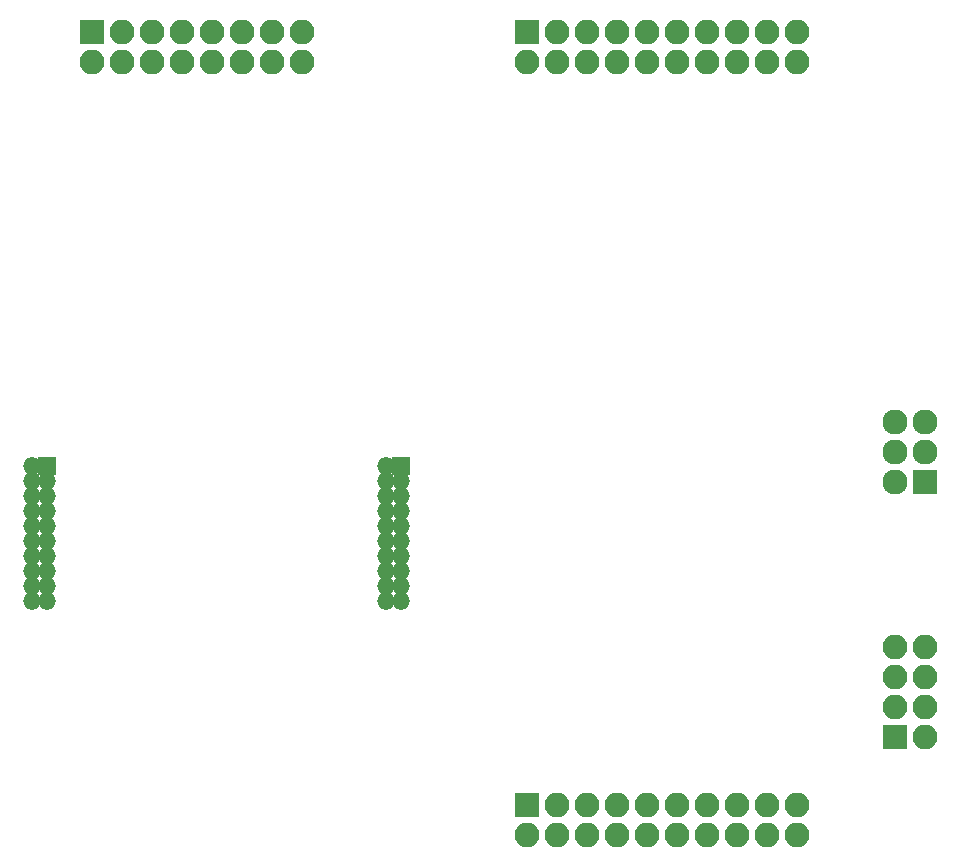
<source format=gbs>
G04 #@! TF.FileFunction,Soldermask,Bot*
%FSLAX46Y46*%
G04 Gerber Fmt 4.6, Leading zero omitted, Abs format (unit mm)*
G04 Created by KiCad (PCBNEW 4.0.6) date Friday, August 25, 2017 'AMt' 01:12:18 AM*
%MOMM*%
%LPD*%
G01*
G04 APERTURE LIST*
%ADD10C,0.100000*%
%ADD11R,2.100000X2.100000*%
%ADD12O,2.100000X2.100000*%
%ADD13R,2.127200X2.127200*%
%ADD14O,2.127200X2.127200*%
%ADD15R,1.500000X1.500000*%
%ADD16O,1.500000X1.500000*%
G04 APERTURE END LIST*
D10*
D11*
X155702000Y-123698000D03*
D12*
X155702000Y-126238000D03*
X158242000Y-123698000D03*
X158242000Y-126238000D03*
X160782000Y-123698000D03*
X160782000Y-126238000D03*
X163322000Y-123698000D03*
X163322000Y-126238000D03*
X165862000Y-123698000D03*
X165862000Y-126238000D03*
X168402000Y-123698000D03*
X168402000Y-126238000D03*
X170942000Y-123698000D03*
X170942000Y-126238000D03*
X173482000Y-123698000D03*
X173482000Y-126238000D03*
X176022000Y-123698000D03*
X176022000Y-126238000D03*
X178562000Y-123698000D03*
X178562000Y-126238000D03*
D11*
X155702000Y-58293000D03*
D12*
X155702000Y-60833000D03*
X158242000Y-58293000D03*
X158242000Y-60833000D03*
X160782000Y-58293000D03*
X160782000Y-60833000D03*
X163322000Y-58293000D03*
X163322000Y-60833000D03*
X165862000Y-58293000D03*
X165862000Y-60833000D03*
X168402000Y-58293000D03*
X168402000Y-60833000D03*
X170942000Y-58293000D03*
X170942000Y-60833000D03*
X173482000Y-58293000D03*
X173482000Y-60833000D03*
X176022000Y-58293000D03*
X176022000Y-60833000D03*
X178562000Y-58293000D03*
X178562000Y-60833000D03*
D13*
X189357000Y-96393000D03*
D14*
X186817000Y-96393000D03*
X189357000Y-93853000D03*
X186817000Y-93853000D03*
X189357000Y-91313000D03*
X186817000Y-91313000D03*
D11*
X186817000Y-117983000D03*
D12*
X189357000Y-117983000D03*
X186817000Y-115443000D03*
X189357000Y-115443000D03*
X186817000Y-112903000D03*
X189357000Y-112903000D03*
X186817000Y-110363000D03*
X189357000Y-110363000D03*
D11*
X118872000Y-58293000D03*
D12*
X118872000Y-60833000D03*
X121412000Y-58293000D03*
X121412000Y-60833000D03*
X123952000Y-58293000D03*
X123952000Y-60833000D03*
X126492000Y-58293000D03*
X126492000Y-60833000D03*
X129032000Y-58293000D03*
X129032000Y-60833000D03*
X131572000Y-58293000D03*
X131572000Y-60833000D03*
X134112000Y-58293000D03*
X134112000Y-60833000D03*
X136652000Y-58293000D03*
X136652000Y-60833000D03*
D15*
X145000000Y-95000000D03*
D16*
X143730000Y-95000000D03*
X145000000Y-96270000D03*
X143730000Y-96270000D03*
X145000000Y-97540000D03*
X143730000Y-97540000D03*
X145000000Y-98810000D03*
X143730000Y-98810000D03*
X145000000Y-100080000D03*
X143730000Y-100080000D03*
X145000000Y-101350000D03*
X143730000Y-101350000D03*
X145000000Y-102620000D03*
X143730000Y-102620000D03*
X145000000Y-103890000D03*
X143730000Y-103890000D03*
X145000000Y-105160000D03*
X143730000Y-105160000D03*
X145000000Y-106430000D03*
X143730000Y-106430000D03*
D15*
X115000000Y-95000000D03*
D16*
X113730000Y-95000000D03*
X115000000Y-96270000D03*
X113730000Y-96270000D03*
X115000000Y-97540000D03*
X113730000Y-97540000D03*
X115000000Y-98810000D03*
X113730000Y-98810000D03*
X115000000Y-100080000D03*
X113730000Y-100080000D03*
X115000000Y-101350000D03*
X113730000Y-101350000D03*
X115000000Y-102620000D03*
X113730000Y-102620000D03*
X115000000Y-103890000D03*
X113730000Y-103890000D03*
X115000000Y-105160000D03*
X113730000Y-105160000D03*
X115000000Y-106430000D03*
X113730000Y-106430000D03*
M02*

</source>
